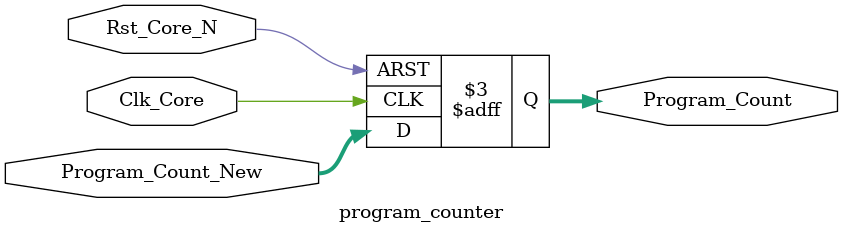
<source format=sv>

module program_counter #(
  parameter DWIDTH = 32
)(
  input  logic              Clk_Core,				      // Core Clock
  input  logic              Rst_Core_N,				    // Core Clock Reset
  input  logic [DWIDTH-1:0] Program_Count_New,		// Next Program Count
  output logic [DWIDTH-1:0] Program_Count			    // Current Program Count
);

////////////////////////////////////////////////////////////////
///////////////////////   Module Logic   ///////////////////////
////////////////////////////////////////////////////////////////

always_ff @(posedge Clk_Core or negedge Rst_Core_N) begin
  if (~Rst_Core_N) begin
    Program_Count <= '0;	              // Reset PC on reset
  end else begin
    Program_Count <= Program_Count_New;	// Set new PC
  end
end

////////////////////////////////////////////////////////////////
//////////////////   Instantiation Template   //////////////////
////////////////////////////////////////////////////////////////

/*
program_counter #(
  .DWIDTH()
)
program_counter (
  .Clk_Core(),
  .Rst_Core_N(),
  .Program_Count_New(),
  .Program_Count()
);
*/

endmodule
</source>
